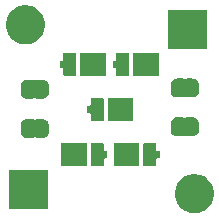
<source format=gbr>
G04 #@! TF.GenerationSoftware,KiCad,Pcbnew,(5.0.2)-1*
G04 #@! TF.CreationDate,2019-07-09T12:36:21+05:30*
G04 #@! TF.ProjectId,H-B-LED,482d422d-4c45-4442-9e6b-696361645f70,rev?*
G04 #@! TF.SameCoordinates,Original*
G04 #@! TF.FileFunction,Soldermask,Top*
G04 #@! TF.FilePolarity,Negative*
%FSLAX46Y46*%
G04 Gerber Fmt 4.6, Leading zero omitted, Abs format (unit mm)*
G04 Created by KiCad (PCBNEW (5.0.2)-1) date 07/09/19 12:36:21*
%MOMM*%
%LPD*%
G01*
G04 APERTURE LIST*
%ADD10C,0.100000*%
G04 APERTURE END LIST*
D10*
G36*
X30525256Y-29541298D02*
X30631579Y-29562447D01*
X30932042Y-29686903D01*
X31198852Y-29865180D01*
X31202454Y-29867587D01*
X31432413Y-30097546D01*
X31613098Y-30367960D01*
X31737553Y-30668422D01*
X31801000Y-30987389D01*
X31801000Y-31312611D01*
X31737553Y-31631578D01*
X31613098Y-31932040D01*
X31432413Y-32202454D01*
X31202454Y-32432413D01*
X31202451Y-32432415D01*
X30932042Y-32613097D01*
X30631579Y-32737553D01*
X30525256Y-32758702D01*
X30312611Y-32801000D01*
X29987389Y-32801000D01*
X29774744Y-32758702D01*
X29668421Y-32737553D01*
X29367958Y-32613097D01*
X29097549Y-32432415D01*
X29097546Y-32432413D01*
X28867587Y-32202454D01*
X28686902Y-31932040D01*
X28562447Y-31631578D01*
X28499000Y-31312611D01*
X28499000Y-30987389D01*
X28562447Y-30668422D01*
X28686902Y-30367960D01*
X28867587Y-30097546D01*
X29097546Y-29867587D01*
X29101148Y-29865180D01*
X29367958Y-29686903D01*
X29668421Y-29562447D01*
X29774744Y-29541298D01*
X29987389Y-29499000D01*
X30312611Y-29499000D01*
X30525256Y-29541298D01*
X30525256Y-29541298D01*
G37*
G36*
X17801000Y-32471000D02*
X14499000Y-32471000D01*
X14499000Y-29169000D01*
X17801000Y-29169000D01*
X17801000Y-32471000D01*
X17801000Y-32471000D01*
G37*
G36*
X26879999Y-26899737D02*
X26889611Y-26902653D01*
X26898469Y-26907388D01*
X26906237Y-26913763D01*
X26912612Y-26921531D01*
X26917347Y-26930389D01*
X26920263Y-26940001D01*
X26921852Y-26956140D01*
X26921852Y-27424000D01*
X26924254Y-27448386D01*
X26931367Y-27471835D01*
X26942918Y-27493446D01*
X26958464Y-27512388D01*
X26977406Y-27527934D01*
X26999017Y-27539485D01*
X27022466Y-27546598D01*
X27046852Y-27549000D01*
X27221000Y-27549000D01*
X27221000Y-28151000D01*
X27046852Y-28151000D01*
X27022466Y-28153402D01*
X26999017Y-28160515D01*
X26977406Y-28172066D01*
X26958464Y-28187612D01*
X26942918Y-28206554D01*
X26931367Y-28228165D01*
X26924254Y-28251614D01*
X26921852Y-28276000D01*
X26921852Y-28743860D01*
X26920263Y-28759999D01*
X26917347Y-28769611D01*
X26912612Y-28778469D01*
X26906237Y-28786237D01*
X26898469Y-28792612D01*
X26889611Y-28797347D01*
X26879999Y-28800263D01*
X26863860Y-28801852D01*
X25886140Y-28801852D01*
X25870001Y-28800263D01*
X25860389Y-28797347D01*
X25851531Y-28792612D01*
X25843763Y-28786237D01*
X25837388Y-28778469D01*
X25832653Y-28769611D01*
X25829737Y-28759999D01*
X25828148Y-28743860D01*
X25828148Y-26956140D01*
X25829737Y-26940001D01*
X25832653Y-26930389D01*
X25837388Y-26921531D01*
X25843763Y-26913763D01*
X25851531Y-26907388D01*
X25860389Y-26902653D01*
X25870001Y-26899737D01*
X25886140Y-26898148D01*
X26863860Y-26898148D01*
X26879999Y-26899737D01*
X26879999Y-26899737D01*
G37*
G36*
X22429999Y-26899737D02*
X22439611Y-26902653D01*
X22448469Y-26907388D01*
X22456237Y-26913763D01*
X22462612Y-26921531D01*
X22467347Y-26930389D01*
X22470263Y-26940001D01*
X22471852Y-26956140D01*
X22471852Y-27424000D01*
X22474254Y-27448386D01*
X22481367Y-27471835D01*
X22492918Y-27493446D01*
X22508464Y-27512388D01*
X22527406Y-27527934D01*
X22549017Y-27539485D01*
X22572466Y-27546598D01*
X22596852Y-27549000D01*
X22771000Y-27549000D01*
X22771000Y-28151000D01*
X22596852Y-28151000D01*
X22572466Y-28153402D01*
X22549017Y-28160515D01*
X22527406Y-28172066D01*
X22508464Y-28187612D01*
X22492918Y-28206554D01*
X22481367Y-28228165D01*
X22474254Y-28251614D01*
X22471852Y-28276000D01*
X22471852Y-28743860D01*
X22470263Y-28759999D01*
X22467347Y-28769611D01*
X22462612Y-28778469D01*
X22456237Y-28786237D01*
X22448469Y-28792612D01*
X22439611Y-28797347D01*
X22429999Y-28800263D01*
X22413860Y-28801852D01*
X21436140Y-28801852D01*
X21420001Y-28800263D01*
X21410389Y-28797347D01*
X21401531Y-28792612D01*
X21393763Y-28786237D01*
X21387388Y-28778469D01*
X21382653Y-28769611D01*
X21379737Y-28759999D01*
X21378148Y-28743860D01*
X21378148Y-26956140D01*
X21379737Y-26940001D01*
X21382653Y-26930389D01*
X21387388Y-26921531D01*
X21393763Y-26913763D01*
X21401531Y-26907388D01*
X21410389Y-26902653D01*
X21420001Y-26899737D01*
X21436140Y-26898148D01*
X22413860Y-26898148D01*
X22429999Y-26899737D01*
X22429999Y-26899737D01*
G37*
G36*
X21031000Y-28801000D02*
X18869000Y-28801000D01*
X18869000Y-26899000D01*
X21031000Y-26899000D01*
X21031000Y-28801000D01*
X21031000Y-28801000D01*
G37*
G36*
X25481000Y-28801000D02*
X23319000Y-28801000D01*
X23319000Y-26899000D01*
X25481000Y-26899000D01*
X25481000Y-28801000D01*
X25481000Y-28801000D01*
G37*
G36*
X16499999Y-24829737D02*
X16509611Y-24832653D01*
X16518469Y-24837388D01*
X16526237Y-24843763D01*
X16536446Y-24856202D01*
X16543372Y-24866568D01*
X16560698Y-24883895D01*
X16581073Y-24897510D01*
X16603711Y-24906888D01*
X16627745Y-24911669D01*
X16652249Y-24911669D01*
X16676283Y-24906889D01*
X16698922Y-24897513D01*
X16719297Y-24883899D01*
X16736624Y-24866573D01*
X16743552Y-24856204D01*
X16753763Y-24843763D01*
X16761531Y-24837388D01*
X16770389Y-24832653D01*
X16780001Y-24829737D01*
X16796140Y-24828148D01*
X17283860Y-24828148D01*
X17302198Y-24829954D01*
X17314450Y-24830556D01*
X17332869Y-24830556D01*
X17355149Y-24832750D01*
X17439236Y-24849476D01*
X17460655Y-24855974D01*
X17539871Y-24888785D01*
X17559607Y-24899335D01*
X17630897Y-24946969D01*
X17648208Y-24961176D01*
X17708824Y-25021792D01*
X17723031Y-25039103D01*
X17770665Y-25110393D01*
X17781215Y-25130129D01*
X17814026Y-25209345D01*
X17820524Y-25230764D01*
X17837250Y-25314851D01*
X17839444Y-25337131D01*
X17839444Y-25355550D01*
X17840046Y-25367802D01*
X17841852Y-25386140D01*
X17841852Y-25873861D01*
X17840046Y-25892198D01*
X17839444Y-25904450D01*
X17839444Y-25922869D01*
X17837250Y-25945149D01*
X17820524Y-26029236D01*
X17814026Y-26050655D01*
X17781215Y-26129871D01*
X17770665Y-26149607D01*
X17723031Y-26220897D01*
X17708824Y-26238208D01*
X17648208Y-26298824D01*
X17630897Y-26313031D01*
X17559607Y-26360665D01*
X17539871Y-26371215D01*
X17460655Y-26404026D01*
X17439236Y-26410524D01*
X17355149Y-26427250D01*
X17332869Y-26429444D01*
X17314450Y-26429444D01*
X17302198Y-26430046D01*
X17283861Y-26431852D01*
X16796140Y-26431852D01*
X16780001Y-26430263D01*
X16770389Y-26427347D01*
X16761531Y-26422612D01*
X16753763Y-26416237D01*
X16743554Y-26403798D01*
X16736628Y-26393432D01*
X16719302Y-26376105D01*
X16698927Y-26362490D01*
X16676289Y-26353112D01*
X16652255Y-26348331D01*
X16627751Y-26348331D01*
X16603717Y-26353111D01*
X16581078Y-26362487D01*
X16560703Y-26376101D01*
X16543376Y-26393427D01*
X16536448Y-26403796D01*
X16526237Y-26416237D01*
X16518469Y-26422612D01*
X16509611Y-26427347D01*
X16499999Y-26430263D01*
X16483860Y-26431852D01*
X15996139Y-26431852D01*
X15977802Y-26430046D01*
X15965550Y-26429444D01*
X15947131Y-26429444D01*
X15924851Y-26427250D01*
X15840764Y-26410524D01*
X15819345Y-26404026D01*
X15740129Y-26371215D01*
X15720393Y-26360665D01*
X15649103Y-26313031D01*
X15631792Y-26298824D01*
X15571176Y-26238208D01*
X15556969Y-26220897D01*
X15509335Y-26149607D01*
X15498785Y-26129871D01*
X15465974Y-26050655D01*
X15459476Y-26029236D01*
X15442750Y-25945149D01*
X15440556Y-25922869D01*
X15440556Y-25904450D01*
X15439954Y-25892198D01*
X15438148Y-25873861D01*
X15438148Y-25386140D01*
X15439954Y-25367802D01*
X15440556Y-25355550D01*
X15440556Y-25337131D01*
X15442750Y-25314851D01*
X15459476Y-25230764D01*
X15465974Y-25209345D01*
X15498785Y-25130129D01*
X15509335Y-25110393D01*
X15556969Y-25039103D01*
X15571176Y-25021792D01*
X15631792Y-24961176D01*
X15649103Y-24946969D01*
X15720393Y-24899335D01*
X15740129Y-24888785D01*
X15819345Y-24855974D01*
X15840764Y-24849476D01*
X15924851Y-24832750D01*
X15947131Y-24830556D01*
X15965550Y-24830556D01*
X15977802Y-24829954D01*
X15996140Y-24828148D01*
X16483860Y-24828148D01*
X16499999Y-24829737D01*
X16499999Y-24829737D01*
G37*
G36*
X29199999Y-24679737D02*
X29209611Y-24682653D01*
X29218469Y-24687388D01*
X29226237Y-24693763D01*
X29236446Y-24706202D01*
X29243372Y-24716568D01*
X29260698Y-24733895D01*
X29281073Y-24747510D01*
X29303711Y-24756888D01*
X29327745Y-24761669D01*
X29352249Y-24761669D01*
X29376283Y-24756889D01*
X29398922Y-24747513D01*
X29419297Y-24733899D01*
X29436624Y-24716573D01*
X29443552Y-24706204D01*
X29453763Y-24693763D01*
X29461531Y-24687388D01*
X29470389Y-24682653D01*
X29480001Y-24679737D01*
X29496140Y-24678148D01*
X29983860Y-24678148D01*
X30002198Y-24679954D01*
X30014450Y-24680556D01*
X30032869Y-24680556D01*
X30055149Y-24682750D01*
X30139236Y-24699476D01*
X30160655Y-24705974D01*
X30239871Y-24738785D01*
X30259607Y-24749335D01*
X30330897Y-24796969D01*
X30348208Y-24811176D01*
X30408824Y-24871792D01*
X30423031Y-24889103D01*
X30470665Y-24960393D01*
X30481215Y-24980129D01*
X30514026Y-25059345D01*
X30520524Y-25080764D01*
X30537250Y-25164851D01*
X30539444Y-25187131D01*
X30539444Y-25205550D01*
X30540046Y-25217802D01*
X30541852Y-25236140D01*
X30541852Y-25723861D01*
X30540046Y-25742198D01*
X30539444Y-25754450D01*
X30539444Y-25772869D01*
X30537250Y-25795149D01*
X30520524Y-25879236D01*
X30514026Y-25900655D01*
X30481215Y-25979871D01*
X30470665Y-25999607D01*
X30423031Y-26070897D01*
X30408824Y-26088208D01*
X30348208Y-26148824D01*
X30330897Y-26163031D01*
X30259607Y-26210665D01*
X30239871Y-26221215D01*
X30160655Y-26254026D01*
X30139236Y-26260524D01*
X30055149Y-26277250D01*
X30032869Y-26279444D01*
X30014450Y-26279444D01*
X30002198Y-26280046D01*
X29983861Y-26281852D01*
X29496140Y-26281852D01*
X29480001Y-26280263D01*
X29470389Y-26277347D01*
X29461531Y-26272612D01*
X29453763Y-26266237D01*
X29443554Y-26253798D01*
X29436628Y-26243432D01*
X29419302Y-26226105D01*
X29398927Y-26212490D01*
X29376289Y-26203112D01*
X29352255Y-26198331D01*
X29327751Y-26198331D01*
X29303717Y-26203111D01*
X29281078Y-26212487D01*
X29260703Y-26226101D01*
X29243376Y-26243427D01*
X29236448Y-26253796D01*
X29226237Y-26266237D01*
X29218469Y-26272612D01*
X29209611Y-26277347D01*
X29199999Y-26280263D01*
X29183860Y-26281852D01*
X28696139Y-26281852D01*
X28677802Y-26280046D01*
X28665550Y-26279444D01*
X28647131Y-26279444D01*
X28624851Y-26277250D01*
X28540764Y-26260524D01*
X28519345Y-26254026D01*
X28440129Y-26221215D01*
X28420393Y-26210665D01*
X28349103Y-26163031D01*
X28331792Y-26148824D01*
X28271176Y-26088208D01*
X28256969Y-26070897D01*
X28209335Y-25999607D01*
X28198785Y-25979871D01*
X28165974Y-25900655D01*
X28159476Y-25879236D01*
X28142750Y-25795149D01*
X28140556Y-25772869D01*
X28140556Y-25754450D01*
X28139954Y-25742198D01*
X28138148Y-25723861D01*
X28138148Y-25236140D01*
X28139954Y-25217802D01*
X28140556Y-25205550D01*
X28140556Y-25187131D01*
X28142750Y-25164851D01*
X28159476Y-25080764D01*
X28165974Y-25059345D01*
X28198785Y-24980129D01*
X28209335Y-24960393D01*
X28256969Y-24889103D01*
X28271176Y-24871792D01*
X28331792Y-24811176D01*
X28349103Y-24796969D01*
X28420393Y-24749335D01*
X28440129Y-24738785D01*
X28519345Y-24705974D01*
X28540764Y-24699476D01*
X28624851Y-24682750D01*
X28647131Y-24680556D01*
X28665550Y-24680556D01*
X28677802Y-24679954D01*
X28696140Y-24678148D01*
X29183860Y-24678148D01*
X29199999Y-24679737D01*
X29199999Y-24679737D01*
G37*
G36*
X22429999Y-23079737D02*
X22439611Y-23082653D01*
X22448469Y-23087388D01*
X22456237Y-23093763D01*
X22462612Y-23101531D01*
X22467347Y-23110389D01*
X22470263Y-23120001D01*
X22471852Y-23136140D01*
X22471852Y-24923860D01*
X22470263Y-24939999D01*
X22467347Y-24949611D01*
X22462612Y-24958469D01*
X22456237Y-24966237D01*
X22448469Y-24972612D01*
X22439611Y-24977347D01*
X22429999Y-24980263D01*
X22413860Y-24981852D01*
X21436140Y-24981852D01*
X21420001Y-24980263D01*
X21410389Y-24977347D01*
X21401531Y-24972612D01*
X21393763Y-24966237D01*
X21387388Y-24958469D01*
X21382653Y-24949611D01*
X21379737Y-24939999D01*
X21378148Y-24923860D01*
X21378148Y-24456000D01*
X21375746Y-24431614D01*
X21368633Y-24408165D01*
X21357082Y-24386554D01*
X21341536Y-24367612D01*
X21322594Y-24352066D01*
X21300983Y-24340515D01*
X21277534Y-24333402D01*
X21253148Y-24331000D01*
X21079000Y-24331000D01*
X21079000Y-23729000D01*
X21253148Y-23729000D01*
X21277534Y-23726598D01*
X21300983Y-23719485D01*
X21322594Y-23707934D01*
X21341536Y-23692388D01*
X21357082Y-23673446D01*
X21368633Y-23651835D01*
X21375746Y-23628386D01*
X21378148Y-23604000D01*
X21378148Y-23136140D01*
X21379737Y-23120001D01*
X21382653Y-23110389D01*
X21387388Y-23101531D01*
X21393763Y-23093763D01*
X21401531Y-23087388D01*
X21410389Y-23082653D01*
X21420001Y-23079737D01*
X21436140Y-23078148D01*
X22413860Y-23078148D01*
X22429999Y-23079737D01*
X22429999Y-23079737D01*
G37*
G36*
X24981000Y-24981000D02*
X22819000Y-24981000D01*
X22819000Y-23079000D01*
X24981000Y-23079000D01*
X24981000Y-24981000D01*
X24981000Y-24981000D01*
G37*
G36*
X16499999Y-21499737D02*
X16509611Y-21502653D01*
X16518469Y-21507388D01*
X16526237Y-21513763D01*
X16536446Y-21526202D01*
X16543372Y-21536568D01*
X16560698Y-21553895D01*
X16581073Y-21567510D01*
X16603711Y-21576888D01*
X16627745Y-21581669D01*
X16652249Y-21581669D01*
X16676283Y-21576889D01*
X16698922Y-21567513D01*
X16719297Y-21553899D01*
X16736624Y-21536573D01*
X16743552Y-21526204D01*
X16753763Y-21513763D01*
X16761531Y-21507388D01*
X16770389Y-21502653D01*
X16780001Y-21499737D01*
X16796140Y-21498148D01*
X17283860Y-21498148D01*
X17302198Y-21499954D01*
X17314450Y-21500556D01*
X17332869Y-21500556D01*
X17355149Y-21502750D01*
X17439236Y-21519476D01*
X17460655Y-21525974D01*
X17539871Y-21558785D01*
X17559607Y-21569335D01*
X17630897Y-21616969D01*
X17648208Y-21631176D01*
X17708824Y-21691792D01*
X17723031Y-21709103D01*
X17770665Y-21780393D01*
X17781215Y-21800129D01*
X17814026Y-21879345D01*
X17820524Y-21900764D01*
X17837250Y-21984851D01*
X17839444Y-22007131D01*
X17839444Y-22025550D01*
X17840046Y-22037802D01*
X17841852Y-22056140D01*
X17841852Y-22543861D01*
X17840046Y-22562198D01*
X17839444Y-22574450D01*
X17839444Y-22592869D01*
X17837250Y-22615149D01*
X17820524Y-22699236D01*
X17814026Y-22720655D01*
X17781215Y-22799871D01*
X17770665Y-22819607D01*
X17723031Y-22890897D01*
X17708824Y-22908208D01*
X17648208Y-22968824D01*
X17630897Y-22983031D01*
X17559607Y-23030665D01*
X17539871Y-23041215D01*
X17460655Y-23074026D01*
X17439236Y-23080524D01*
X17355149Y-23097250D01*
X17332869Y-23099444D01*
X17314450Y-23099444D01*
X17302198Y-23100046D01*
X17283861Y-23101852D01*
X16796140Y-23101852D01*
X16780001Y-23100263D01*
X16770389Y-23097347D01*
X16761531Y-23092612D01*
X16753763Y-23086237D01*
X16743554Y-23073798D01*
X16736628Y-23063432D01*
X16719302Y-23046105D01*
X16698927Y-23032490D01*
X16676289Y-23023112D01*
X16652255Y-23018331D01*
X16627751Y-23018331D01*
X16603717Y-23023111D01*
X16581078Y-23032487D01*
X16560703Y-23046101D01*
X16543376Y-23063427D01*
X16536448Y-23073796D01*
X16526237Y-23086237D01*
X16518469Y-23092612D01*
X16509611Y-23097347D01*
X16499999Y-23100263D01*
X16483860Y-23101852D01*
X15996139Y-23101852D01*
X15977802Y-23100046D01*
X15965550Y-23099444D01*
X15947131Y-23099444D01*
X15924851Y-23097250D01*
X15840764Y-23080524D01*
X15819345Y-23074026D01*
X15740129Y-23041215D01*
X15720393Y-23030665D01*
X15649103Y-22983031D01*
X15631792Y-22968824D01*
X15571176Y-22908208D01*
X15556969Y-22890897D01*
X15509335Y-22819607D01*
X15498785Y-22799871D01*
X15465974Y-22720655D01*
X15459476Y-22699236D01*
X15442750Y-22615149D01*
X15440556Y-22592869D01*
X15440556Y-22574450D01*
X15439954Y-22562198D01*
X15438148Y-22543861D01*
X15438148Y-22056140D01*
X15439954Y-22037802D01*
X15440556Y-22025550D01*
X15440556Y-22007131D01*
X15442750Y-21984851D01*
X15459476Y-21900764D01*
X15465974Y-21879345D01*
X15498785Y-21800129D01*
X15509335Y-21780393D01*
X15556969Y-21709103D01*
X15571176Y-21691792D01*
X15631792Y-21631176D01*
X15649103Y-21616969D01*
X15720393Y-21569335D01*
X15740129Y-21558785D01*
X15819345Y-21525974D01*
X15840764Y-21519476D01*
X15924851Y-21502750D01*
X15947131Y-21500556D01*
X15965550Y-21500556D01*
X15977802Y-21499954D01*
X15996140Y-21498148D01*
X16483860Y-21498148D01*
X16499999Y-21499737D01*
X16499999Y-21499737D01*
G37*
G36*
X29199999Y-21399737D02*
X29209611Y-21402653D01*
X29218469Y-21407388D01*
X29226237Y-21413763D01*
X29236446Y-21426202D01*
X29243372Y-21436568D01*
X29260698Y-21453895D01*
X29281073Y-21467510D01*
X29303711Y-21476888D01*
X29327745Y-21481669D01*
X29352249Y-21481669D01*
X29376283Y-21476889D01*
X29398922Y-21467513D01*
X29419297Y-21453899D01*
X29436624Y-21436573D01*
X29443552Y-21426204D01*
X29453763Y-21413763D01*
X29461531Y-21407388D01*
X29470389Y-21402653D01*
X29480001Y-21399737D01*
X29496140Y-21398148D01*
X29983860Y-21398148D01*
X30002198Y-21399954D01*
X30014450Y-21400556D01*
X30032869Y-21400556D01*
X30055149Y-21402750D01*
X30139236Y-21419476D01*
X30160655Y-21425974D01*
X30239871Y-21458785D01*
X30259607Y-21469335D01*
X30330897Y-21516969D01*
X30348208Y-21531176D01*
X30408824Y-21591792D01*
X30423031Y-21609103D01*
X30470665Y-21680393D01*
X30481215Y-21700129D01*
X30514026Y-21779345D01*
X30520524Y-21800764D01*
X30537250Y-21884851D01*
X30539444Y-21907131D01*
X30539444Y-21925550D01*
X30540046Y-21937802D01*
X30541852Y-21956140D01*
X30541852Y-22443861D01*
X30540046Y-22462198D01*
X30539444Y-22474450D01*
X30539444Y-22492869D01*
X30537250Y-22515149D01*
X30520524Y-22599236D01*
X30514026Y-22620655D01*
X30481215Y-22699871D01*
X30470665Y-22719607D01*
X30423031Y-22790897D01*
X30408824Y-22808208D01*
X30348208Y-22868824D01*
X30330897Y-22883031D01*
X30259607Y-22930665D01*
X30239871Y-22941215D01*
X30160655Y-22974026D01*
X30139236Y-22980524D01*
X30055149Y-22997250D01*
X30032869Y-22999444D01*
X30014450Y-22999444D01*
X30002198Y-23000046D01*
X29983861Y-23001852D01*
X29496140Y-23001852D01*
X29480001Y-23000263D01*
X29470389Y-22997347D01*
X29461531Y-22992612D01*
X29453763Y-22986237D01*
X29443554Y-22973798D01*
X29436628Y-22963432D01*
X29419302Y-22946105D01*
X29398927Y-22932490D01*
X29376289Y-22923112D01*
X29352255Y-22918331D01*
X29327751Y-22918331D01*
X29303717Y-22923111D01*
X29281078Y-22932487D01*
X29260703Y-22946101D01*
X29243376Y-22963427D01*
X29236448Y-22973796D01*
X29226237Y-22986237D01*
X29218469Y-22992612D01*
X29209611Y-22997347D01*
X29199999Y-23000263D01*
X29183860Y-23001852D01*
X28696139Y-23001852D01*
X28677802Y-23000046D01*
X28665550Y-22999444D01*
X28647131Y-22999444D01*
X28624851Y-22997250D01*
X28540764Y-22980524D01*
X28519345Y-22974026D01*
X28440129Y-22941215D01*
X28420393Y-22930665D01*
X28349103Y-22883031D01*
X28331792Y-22868824D01*
X28271176Y-22808208D01*
X28256969Y-22790897D01*
X28209335Y-22719607D01*
X28198785Y-22699871D01*
X28165974Y-22620655D01*
X28159476Y-22599236D01*
X28142750Y-22515149D01*
X28140556Y-22492869D01*
X28140556Y-22474450D01*
X28139954Y-22462198D01*
X28138148Y-22443861D01*
X28138148Y-21956140D01*
X28139954Y-21937802D01*
X28140556Y-21925550D01*
X28140556Y-21907131D01*
X28142750Y-21884851D01*
X28159476Y-21800764D01*
X28165974Y-21779345D01*
X28198785Y-21700129D01*
X28209335Y-21680393D01*
X28256969Y-21609103D01*
X28271176Y-21591792D01*
X28331792Y-21531176D01*
X28349103Y-21516969D01*
X28420393Y-21469335D01*
X28440129Y-21458785D01*
X28519345Y-21425974D01*
X28540764Y-21419476D01*
X28624851Y-21402750D01*
X28647131Y-21400556D01*
X28665550Y-21400556D01*
X28677802Y-21399954D01*
X28696140Y-21398148D01*
X29183860Y-21398148D01*
X29199999Y-21399737D01*
X29199999Y-21399737D01*
G37*
G36*
X24599999Y-19259737D02*
X24609611Y-19262653D01*
X24618469Y-19267388D01*
X24626237Y-19273763D01*
X24632612Y-19281531D01*
X24637347Y-19290389D01*
X24640262Y-19300000D01*
X24641852Y-19316140D01*
X24641852Y-21103860D01*
X24640263Y-21119999D01*
X24637347Y-21129611D01*
X24632612Y-21138469D01*
X24626237Y-21146237D01*
X24618469Y-21152612D01*
X24609611Y-21157347D01*
X24599999Y-21160263D01*
X24583860Y-21161852D01*
X23606140Y-21161852D01*
X23590001Y-21160263D01*
X23580389Y-21157347D01*
X23571531Y-21152612D01*
X23563763Y-21146237D01*
X23557388Y-21138469D01*
X23552653Y-21129611D01*
X23549737Y-21119999D01*
X23548148Y-21103860D01*
X23548148Y-20636000D01*
X23545746Y-20611614D01*
X23538633Y-20588165D01*
X23527082Y-20566554D01*
X23511536Y-20547612D01*
X23492594Y-20532066D01*
X23470983Y-20520515D01*
X23447534Y-20513402D01*
X23423148Y-20511000D01*
X23249000Y-20511000D01*
X23249000Y-19909000D01*
X23423148Y-19909000D01*
X23447534Y-19906598D01*
X23470983Y-19899485D01*
X23492594Y-19887934D01*
X23511536Y-19872388D01*
X23527082Y-19853446D01*
X23538633Y-19831835D01*
X23545746Y-19808386D01*
X23548148Y-19784000D01*
X23548148Y-19316140D01*
X23549738Y-19300000D01*
X23552653Y-19290389D01*
X23557388Y-19281531D01*
X23563763Y-19273763D01*
X23571531Y-19267388D01*
X23580389Y-19262653D01*
X23590001Y-19259737D01*
X23606140Y-19258148D01*
X24583860Y-19258148D01*
X24599999Y-19259737D01*
X24599999Y-19259737D01*
G37*
G36*
X27151000Y-21161000D02*
X24989000Y-21161000D01*
X24989000Y-19259000D01*
X27151000Y-19259000D01*
X27151000Y-21161000D01*
X27151000Y-21161000D01*
G37*
G36*
X20109999Y-19249737D02*
X20119611Y-19252653D01*
X20128469Y-19257388D01*
X20136237Y-19263763D01*
X20142612Y-19271531D01*
X20147347Y-19280389D01*
X20150263Y-19290001D01*
X20151852Y-19306140D01*
X20151852Y-21093860D01*
X20150263Y-21109999D01*
X20147347Y-21119611D01*
X20142612Y-21128469D01*
X20136237Y-21136237D01*
X20128469Y-21142612D01*
X20119611Y-21147347D01*
X20109999Y-21150263D01*
X20093860Y-21151852D01*
X19116140Y-21151852D01*
X19100001Y-21150263D01*
X19090389Y-21147347D01*
X19081531Y-21142612D01*
X19073763Y-21136237D01*
X19067388Y-21128469D01*
X19062653Y-21119611D01*
X19059737Y-21109999D01*
X19058148Y-21093860D01*
X19058148Y-20626000D01*
X19055746Y-20601614D01*
X19048633Y-20578165D01*
X19037082Y-20556554D01*
X19021536Y-20537612D01*
X19002594Y-20522066D01*
X18980983Y-20510515D01*
X18957534Y-20503402D01*
X18933148Y-20501000D01*
X18759000Y-20501000D01*
X18759000Y-19899000D01*
X18933148Y-19899000D01*
X18957534Y-19896598D01*
X18980983Y-19889485D01*
X19002594Y-19877934D01*
X19021536Y-19862388D01*
X19037082Y-19843446D01*
X19048633Y-19821835D01*
X19055746Y-19798386D01*
X19058148Y-19774000D01*
X19058148Y-19306140D01*
X19059737Y-19290001D01*
X19062653Y-19280389D01*
X19067388Y-19271531D01*
X19073763Y-19263763D01*
X19081531Y-19257388D01*
X19090389Y-19252653D01*
X19100001Y-19249737D01*
X19116140Y-19248148D01*
X20093860Y-19248148D01*
X20109999Y-19249737D01*
X20109999Y-19249737D01*
G37*
G36*
X22661000Y-21151000D02*
X20499000Y-21151000D01*
X20499000Y-19249000D01*
X22661000Y-19249000D01*
X22661000Y-21151000D01*
X22661000Y-21151000D01*
G37*
G36*
X31241000Y-18871000D02*
X27939000Y-18871000D01*
X27939000Y-15569000D01*
X31241000Y-15569000D01*
X31241000Y-18871000D01*
X31241000Y-18871000D01*
G37*
G36*
X16215256Y-15241298D02*
X16321579Y-15262447D01*
X16622042Y-15386903D01*
X16888852Y-15565180D01*
X16892454Y-15567587D01*
X17122413Y-15797546D01*
X17303098Y-16067960D01*
X17427553Y-16368422D01*
X17491000Y-16687389D01*
X17491000Y-17012611D01*
X17427553Y-17331578D01*
X17303098Y-17632040D01*
X17122413Y-17902454D01*
X16892454Y-18132413D01*
X16892451Y-18132415D01*
X16622042Y-18313097D01*
X16321579Y-18437553D01*
X16215256Y-18458702D01*
X16002611Y-18501000D01*
X15677389Y-18501000D01*
X15464744Y-18458702D01*
X15358421Y-18437553D01*
X15057958Y-18313097D01*
X14787549Y-18132415D01*
X14787546Y-18132413D01*
X14557587Y-17902454D01*
X14376902Y-17632040D01*
X14252447Y-17331578D01*
X14189000Y-17012611D01*
X14189000Y-16687389D01*
X14252447Y-16368422D01*
X14376902Y-16067960D01*
X14557587Y-15797546D01*
X14787546Y-15567587D01*
X14791148Y-15565180D01*
X15057958Y-15386903D01*
X15358421Y-15262447D01*
X15464744Y-15241298D01*
X15677389Y-15199000D01*
X16002611Y-15199000D01*
X16215256Y-15241298D01*
X16215256Y-15241298D01*
G37*
M02*

</source>
